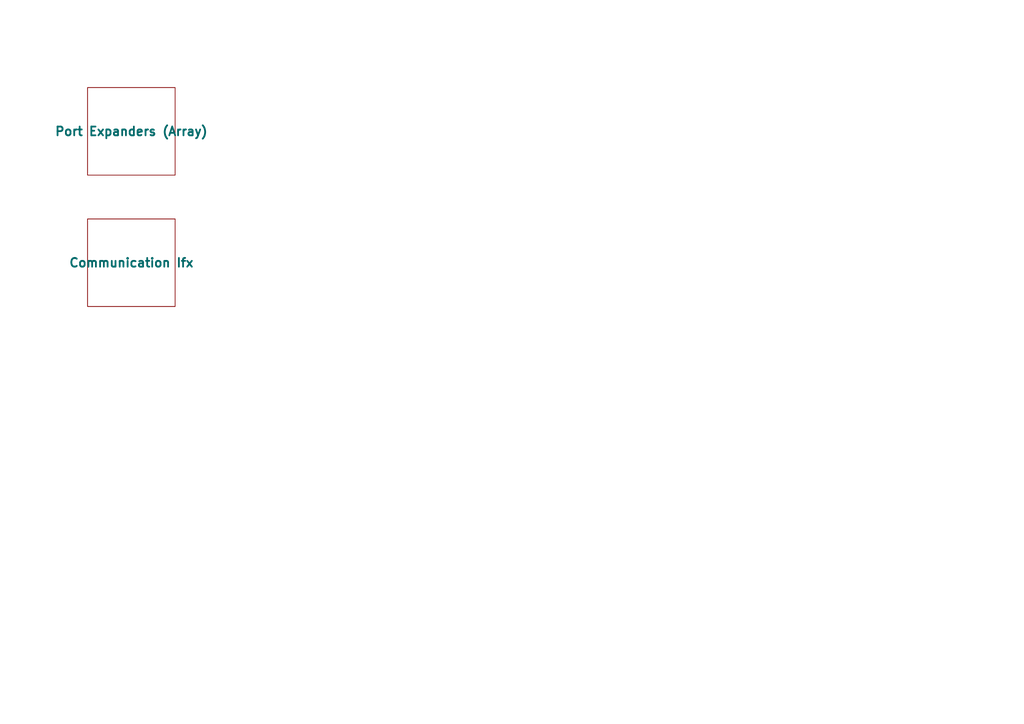
<source format=kicad_sch>
(kicad_sch (version 20230121) (generator eeschema)
  (paper "A4")
  (lib_symbols)
  (sheet (at 25.4 25.4) (size 25.4 25.4) (stroke (width 0.1524))
    (property "Sheetname" "Port Expanders (Array)" (at 38.1 38.1 0) (effects (font (size 2.54 2.54) bold)))
    (property "Sheetfile" "port_expanders.kicad_sch" (effects hide))
  )
  (sheet (at 25.4 63.5) (size 25.4 25.4) (stroke (width 0.1524))
    (property "Sheetname" "Communication Ifx" (at 38.1 76.2 0) (effects (font (size 2.54 2.54) bold)))
    (property "Sheetfile" "communication_interface.kicad_sch" (effects hide))
  )
)
</source>
